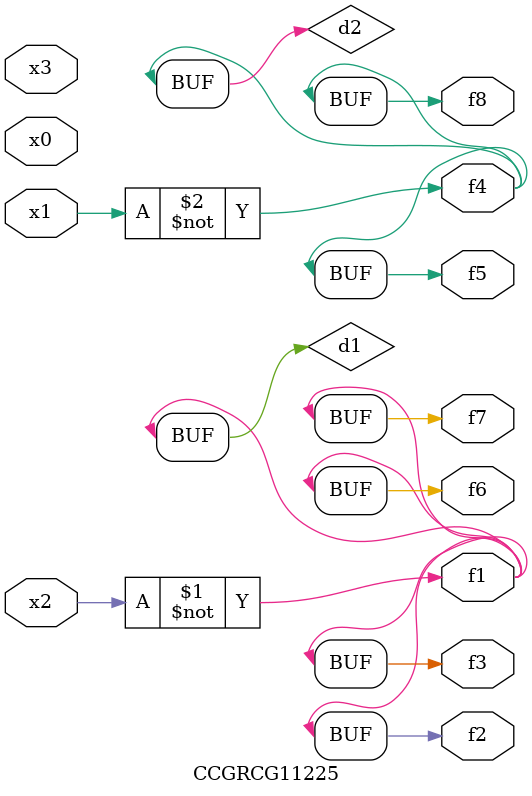
<source format=v>
module CCGRCG11225(
	input x0, x1, x2, x3,
	output f1, f2, f3, f4, f5, f6, f7, f8
);

	wire d1, d2;

	xnor (d1, x2);
	not (d2, x1);
	assign f1 = d1;
	assign f2 = d1;
	assign f3 = d1;
	assign f4 = d2;
	assign f5 = d2;
	assign f6 = d1;
	assign f7 = d1;
	assign f8 = d2;
endmodule

</source>
